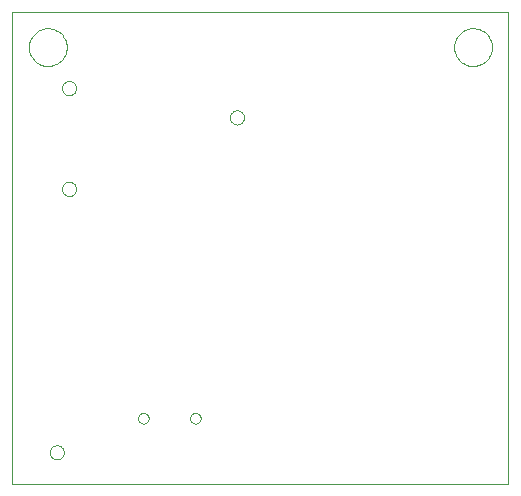
<source format=gko>
G75*
%MOIN*%
%OFA0B0*%
%FSLAX24Y24*%
%IPPOS*%
%LPD*%
%AMOC8*
5,1,8,0,0,1.08239X$1,22.5*
%
%ADD10C,0.0000*%
D10*
X000159Y001847D02*
X000159Y017595D01*
X016694Y017595D01*
X016694Y001847D01*
X000159Y001847D01*
X001399Y002910D02*
X001401Y002940D01*
X001407Y002970D01*
X001416Y002999D01*
X001429Y003026D01*
X001446Y003051D01*
X001465Y003074D01*
X001488Y003095D01*
X001513Y003112D01*
X001539Y003126D01*
X001568Y003136D01*
X001597Y003143D01*
X001627Y003146D01*
X001658Y003145D01*
X001688Y003140D01*
X001717Y003131D01*
X001744Y003119D01*
X001770Y003104D01*
X001794Y003085D01*
X001815Y003063D01*
X001833Y003039D01*
X001848Y003012D01*
X001859Y002984D01*
X001867Y002955D01*
X001871Y002925D01*
X001871Y002895D01*
X001867Y002865D01*
X001859Y002836D01*
X001848Y002808D01*
X001833Y002781D01*
X001815Y002757D01*
X001794Y002735D01*
X001770Y002716D01*
X001744Y002701D01*
X001717Y002689D01*
X001688Y002680D01*
X001658Y002675D01*
X001627Y002674D01*
X001597Y002677D01*
X001568Y002684D01*
X001539Y002694D01*
X001513Y002708D01*
X001488Y002725D01*
X001465Y002746D01*
X001446Y002769D01*
X001429Y002794D01*
X001416Y002821D01*
X001407Y002850D01*
X001401Y002880D01*
X001399Y002910D01*
X004348Y004044D02*
X004350Y004070D01*
X004356Y004096D01*
X004366Y004121D01*
X004379Y004144D01*
X004395Y004164D01*
X004415Y004182D01*
X004437Y004197D01*
X004460Y004209D01*
X004486Y004217D01*
X004512Y004221D01*
X004538Y004221D01*
X004564Y004217D01*
X004590Y004209D01*
X004614Y004197D01*
X004635Y004182D01*
X004655Y004164D01*
X004671Y004144D01*
X004684Y004121D01*
X004694Y004096D01*
X004700Y004070D01*
X004702Y004044D01*
X004700Y004018D01*
X004694Y003992D01*
X004684Y003967D01*
X004671Y003944D01*
X004655Y003924D01*
X004635Y003906D01*
X004613Y003891D01*
X004590Y003879D01*
X004564Y003871D01*
X004538Y003867D01*
X004512Y003867D01*
X004486Y003871D01*
X004460Y003879D01*
X004436Y003891D01*
X004415Y003906D01*
X004395Y003924D01*
X004379Y003944D01*
X004366Y003967D01*
X004356Y003992D01*
X004350Y004018D01*
X004348Y004044D01*
X006080Y004044D02*
X006082Y004070D01*
X006088Y004096D01*
X006098Y004121D01*
X006111Y004144D01*
X006127Y004164D01*
X006147Y004182D01*
X006169Y004197D01*
X006192Y004209D01*
X006218Y004217D01*
X006244Y004221D01*
X006270Y004221D01*
X006296Y004217D01*
X006322Y004209D01*
X006346Y004197D01*
X006367Y004182D01*
X006387Y004164D01*
X006403Y004144D01*
X006416Y004121D01*
X006426Y004096D01*
X006432Y004070D01*
X006434Y004044D01*
X006432Y004018D01*
X006426Y003992D01*
X006416Y003967D01*
X006403Y003944D01*
X006387Y003924D01*
X006367Y003906D01*
X006345Y003891D01*
X006322Y003879D01*
X006296Y003871D01*
X006270Y003867D01*
X006244Y003867D01*
X006218Y003871D01*
X006192Y003879D01*
X006168Y003891D01*
X006147Y003906D01*
X006127Y003924D01*
X006111Y003944D01*
X006098Y003967D01*
X006088Y003992D01*
X006082Y004018D01*
X006080Y004044D01*
X001813Y011690D02*
X001815Y011720D01*
X001821Y011750D01*
X001830Y011779D01*
X001843Y011806D01*
X001860Y011831D01*
X001879Y011854D01*
X001902Y011875D01*
X001927Y011892D01*
X001953Y011906D01*
X001982Y011916D01*
X002011Y011923D01*
X002041Y011926D01*
X002072Y011925D01*
X002102Y011920D01*
X002131Y011911D01*
X002158Y011899D01*
X002184Y011884D01*
X002208Y011865D01*
X002229Y011843D01*
X002247Y011819D01*
X002262Y011792D01*
X002273Y011764D01*
X002281Y011735D01*
X002285Y011705D01*
X002285Y011675D01*
X002281Y011645D01*
X002273Y011616D01*
X002262Y011588D01*
X002247Y011561D01*
X002229Y011537D01*
X002208Y011515D01*
X002184Y011496D01*
X002158Y011481D01*
X002131Y011469D01*
X002102Y011460D01*
X002072Y011455D01*
X002041Y011454D01*
X002011Y011457D01*
X001982Y011464D01*
X001953Y011474D01*
X001927Y011488D01*
X001902Y011505D01*
X001879Y011526D01*
X001860Y011549D01*
X001843Y011574D01*
X001830Y011601D01*
X001821Y011630D01*
X001815Y011660D01*
X001813Y011690D01*
X001813Y015048D02*
X001815Y015078D01*
X001821Y015108D01*
X001830Y015137D01*
X001843Y015164D01*
X001860Y015189D01*
X001879Y015212D01*
X001902Y015233D01*
X001927Y015250D01*
X001953Y015264D01*
X001982Y015274D01*
X002011Y015281D01*
X002041Y015284D01*
X002072Y015283D01*
X002102Y015278D01*
X002131Y015269D01*
X002158Y015257D01*
X002184Y015242D01*
X002208Y015223D01*
X002229Y015201D01*
X002247Y015177D01*
X002262Y015150D01*
X002273Y015122D01*
X002281Y015093D01*
X002285Y015063D01*
X002285Y015033D01*
X002281Y015003D01*
X002273Y014974D01*
X002262Y014946D01*
X002247Y014919D01*
X002229Y014895D01*
X002208Y014873D01*
X002184Y014854D01*
X002158Y014839D01*
X002131Y014827D01*
X002102Y014818D01*
X002072Y014813D01*
X002041Y014812D01*
X002011Y014815D01*
X001982Y014822D01*
X001953Y014832D01*
X001927Y014846D01*
X001902Y014863D01*
X001879Y014884D01*
X001860Y014907D01*
X001843Y014932D01*
X001830Y014959D01*
X001821Y014988D01*
X001815Y015018D01*
X001813Y015048D01*
X000710Y016414D02*
X000712Y016464D01*
X000718Y016514D01*
X000728Y016563D01*
X000742Y016611D01*
X000759Y016658D01*
X000780Y016703D01*
X000805Y016747D01*
X000833Y016788D01*
X000865Y016827D01*
X000899Y016864D01*
X000936Y016898D01*
X000976Y016928D01*
X001018Y016955D01*
X001062Y016979D01*
X001108Y017000D01*
X001155Y017016D01*
X001203Y017029D01*
X001253Y017038D01*
X001302Y017043D01*
X001353Y017044D01*
X001403Y017041D01*
X001452Y017034D01*
X001501Y017023D01*
X001549Y017008D01*
X001595Y016990D01*
X001640Y016968D01*
X001683Y016942D01*
X001724Y016913D01*
X001763Y016881D01*
X001799Y016846D01*
X001831Y016808D01*
X001861Y016768D01*
X001888Y016725D01*
X001911Y016681D01*
X001930Y016635D01*
X001946Y016587D01*
X001958Y016538D01*
X001966Y016489D01*
X001970Y016439D01*
X001970Y016389D01*
X001966Y016339D01*
X001958Y016290D01*
X001946Y016241D01*
X001930Y016193D01*
X001911Y016147D01*
X001888Y016103D01*
X001861Y016060D01*
X001831Y016020D01*
X001799Y015982D01*
X001763Y015947D01*
X001724Y015915D01*
X001683Y015886D01*
X001640Y015860D01*
X001595Y015838D01*
X001549Y015820D01*
X001501Y015805D01*
X001452Y015794D01*
X001403Y015787D01*
X001353Y015784D01*
X001302Y015785D01*
X001253Y015790D01*
X001203Y015799D01*
X001155Y015812D01*
X001108Y015828D01*
X001062Y015849D01*
X001018Y015873D01*
X000976Y015900D01*
X000936Y015930D01*
X000899Y015964D01*
X000865Y016001D01*
X000833Y016040D01*
X000805Y016081D01*
X000780Y016125D01*
X000759Y016170D01*
X000742Y016217D01*
X000728Y016265D01*
X000718Y016314D01*
X000712Y016364D01*
X000710Y016414D01*
X007407Y014072D02*
X007409Y014102D01*
X007415Y014132D01*
X007424Y014161D01*
X007437Y014188D01*
X007454Y014213D01*
X007473Y014236D01*
X007496Y014257D01*
X007521Y014274D01*
X007547Y014288D01*
X007576Y014298D01*
X007605Y014305D01*
X007635Y014308D01*
X007666Y014307D01*
X007696Y014302D01*
X007725Y014293D01*
X007752Y014281D01*
X007778Y014266D01*
X007802Y014247D01*
X007823Y014225D01*
X007841Y014201D01*
X007856Y014174D01*
X007867Y014146D01*
X007875Y014117D01*
X007879Y014087D01*
X007879Y014057D01*
X007875Y014027D01*
X007867Y013998D01*
X007856Y013970D01*
X007841Y013943D01*
X007823Y013919D01*
X007802Y013897D01*
X007778Y013878D01*
X007752Y013863D01*
X007725Y013851D01*
X007696Y013842D01*
X007666Y013837D01*
X007635Y013836D01*
X007605Y013839D01*
X007576Y013846D01*
X007547Y013856D01*
X007521Y013870D01*
X007496Y013887D01*
X007473Y013908D01*
X007454Y013931D01*
X007437Y013956D01*
X007424Y013983D01*
X007415Y014012D01*
X007409Y014042D01*
X007407Y014072D01*
X014883Y016414D02*
X014885Y016464D01*
X014891Y016514D01*
X014901Y016563D01*
X014915Y016611D01*
X014932Y016658D01*
X014953Y016703D01*
X014978Y016747D01*
X015006Y016788D01*
X015038Y016827D01*
X015072Y016864D01*
X015109Y016898D01*
X015149Y016928D01*
X015191Y016955D01*
X015235Y016979D01*
X015281Y017000D01*
X015328Y017016D01*
X015376Y017029D01*
X015426Y017038D01*
X015475Y017043D01*
X015526Y017044D01*
X015576Y017041D01*
X015625Y017034D01*
X015674Y017023D01*
X015722Y017008D01*
X015768Y016990D01*
X015813Y016968D01*
X015856Y016942D01*
X015897Y016913D01*
X015936Y016881D01*
X015972Y016846D01*
X016004Y016808D01*
X016034Y016768D01*
X016061Y016725D01*
X016084Y016681D01*
X016103Y016635D01*
X016119Y016587D01*
X016131Y016538D01*
X016139Y016489D01*
X016143Y016439D01*
X016143Y016389D01*
X016139Y016339D01*
X016131Y016290D01*
X016119Y016241D01*
X016103Y016193D01*
X016084Y016147D01*
X016061Y016103D01*
X016034Y016060D01*
X016004Y016020D01*
X015972Y015982D01*
X015936Y015947D01*
X015897Y015915D01*
X015856Y015886D01*
X015813Y015860D01*
X015768Y015838D01*
X015722Y015820D01*
X015674Y015805D01*
X015625Y015794D01*
X015576Y015787D01*
X015526Y015784D01*
X015475Y015785D01*
X015426Y015790D01*
X015376Y015799D01*
X015328Y015812D01*
X015281Y015828D01*
X015235Y015849D01*
X015191Y015873D01*
X015149Y015900D01*
X015109Y015930D01*
X015072Y015964D01*
X015038Y016001D01*
X015006Y016040D01*
X014978Y016081D01*
X014953Y016125D01*
X014932Y016170D01*
X014915Y016217D01*
X014901Y016265D01*
X014891Y016314D01*
X014885Y016364D01*
X014883Y016414D01*
M02*

</source>
